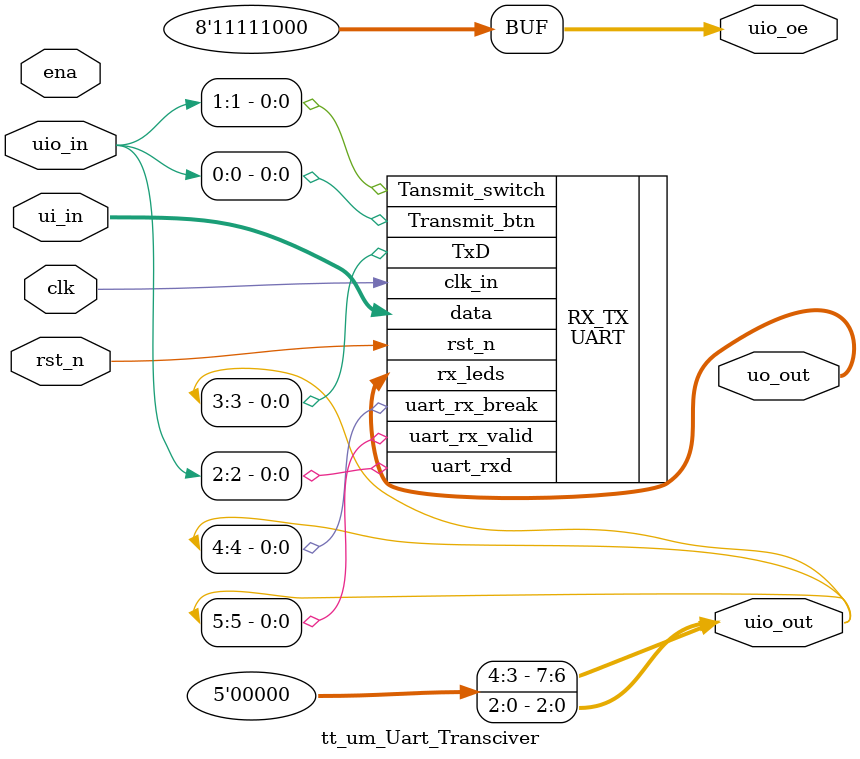
<source format=v>
`timescale 1ns / 1ps


module tt_um_Uart_Transciver(
    input  wire [7:0] ui_in,    // Dedicated inputs - connected to the input switches
    output wire [7:0] uo_out,   // Dedicated outputs - connected to the 7 segment display
    
    input  wire [7:0] uio_in,   // IOs: Bidirectional Input path
    output wire [7:0] uio_out,  // IOs: Bidirectional Output path
    output wire [7:0] uio_oe,   // IOs: Bidirectional Enable path (active high: 0=input, 1=output)
    
    input  wire       ena,      // will go high when the design is enabled
    input  wire       clk,      // clock
    input  wire       rst_n     // reset_n - low to reset
);

    assign uio_oe = 8'b11111000;

    /*
        ui_in[7:0]  = inputdata;
        uo_out[7:0]  = output data for lights;

        uio_in[0] =  Transmit_btn;
        uio_in[1] =  Transmit_switch;
        uio_in[2] =  uart_rxd;

        uio_out[0] =  low;
        uio_out[1] =  low;
        uio_out[2] =  low;

        uio_out[3] =  TxD;
        uio_out[4] =  uart_rx_break;
        uio_out[5] =  uart_rx_valid;
        
        uio_out[6] =  low;
        uio_out[7] =  low;
    */
    
    UART RX_TX(
        .clk_in(clk), 
        .rst_n(rst_n), 
        .data(ui_in),            //input data for transmitting
         
        .Transmit_btn(uio_in[0]),    //push button used to transmit data
        .Tansmit_switch(uio_in[1]),   //,
           
        .uart_rxd(uio_in[2]),        // Receiver line for the receiver module
        
        .rx_leds(uo_out),            //output lights to displau the recived data
        
        .TxD(uio_out[3]),            // transmit data pin, used to transmit data
        .uart_rx_break(uio_out[4]),   // Did we get a BREAK message?
        .uart_rx_valid(uio_out[5])    // Valid data recieved and available.
    );
    assign uio_out[0] = 1'b0;
    assign uio_out[1] = 1'b0;
    assign uio_out[2] = 1'b0;

    assign uio_out[6] = 1'b0;
    assign uio_out[7] = 1'b0;

endmodule

</source>
